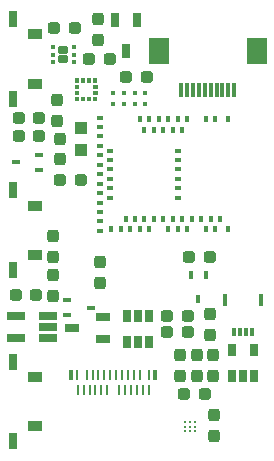
<source format=gbr>
%TF.GenerationSoftware,KiCad,Pcbnew,(5.99.0-8775-g06a515339c)*%
%TF.CreationDate,2021-03-27T00:10:39-04:00*%
%TF.ProjectId,mk2,6d6b322e-6b69-4636-9164-5f7063625858,rev?*%
%TF.SameCoordinates,Original*%
%TF.FileFunction,Paste,Top*%
%TF.FilePolarity,Positive*%
%FSLAX46Y46*%
G04 Gerber Fmt 4.6, Leading zero omitted, Abs format (unit mm)*
G04 Created by KiCad (PCBNEW (5.99.0-8775-g06a515339c)) date 2021-03-27 00:10:39*
%MOMM*%
%LPD*%
G01*
G04 APERTURE LIST*
G04 Aperture macros list*
%AMRoundRect*
0 Rectangle with rounded corners*
0 $1 Rounding radius*
0 $2 $3 $4 $5 $6 $7 $8 $9 X,Y pos of 4 corners*
0 Add a 4 corners polygon primitive as box body*
4,1,4,$2,$3,$4,$5,$6,$7,$8,$9,$2,$3,0*
0 Add four circle primitives for the rounded corners*
1,1,$1+$1,$2,$3*
1,1,$1+$1,$4,$5*
1,1,$1+$1,$6,$7*
1,1,$1+$1,$8,$9*
0 Add four rect primitives between the rounded corners*
20,1,$1+$1,$2,$3,$4,$5,0*
20,1,$1+$1,$4,$5,$6,$7,0*
20,1,$1+$1,$6,$7,$8,$9,0*
20,1,$1+$1,$8,$9,$2,$3,0*%
G04 Aperture macros list end*
%ADD10C,0.010000*%
%ADD11RoundRect,0.237500X-0.237500X0.287500X-0.237500X-0.287500X0.237500X-0.287500X0.237500X0.287500X0*%
%ADD12R,0.700000X0.450000*%
%ADD13RoundRect,0.237500X0.287500X0.237500X-0.287500X0.237500X-0.287500X-0.237500X0.287500X-0.237500X0*%
%ADD14C,0.229500*%
%ADD15RoundRect,0.237500X0.237500X-0.287500X0.237500X0.287500X-0.237500X0.287500X-0.237500X-0.287500X0*%
%ADD16R,0.400000X0.600000*%
%ADD17R,0.600000X0.400000*%
%ADD18R,0.650000X1.060000*%
%ADD19R,1.220000X0.650000*%
%ADD20R,0.650000X1.220000*%
%ADD21R,1.270000X0.900000*%
%ADD22R,0.800000X1.450000*%
%ADD23R,0.300000X1.300000*%
%ADD24R,1.800000X2.200000*%
%ADD25R,0.300000X0.700000*%
%ADD26R,0.300000X1.000000*%
%ADD27RoundRect,0.237500X-0.287500X-0.237500X0.287500X-0.237500X0.287500X0.237500X-0.287500X0.237500X0*%
%ADD28R,0.400000X0.420000*%
%ADD29R,0.450000X0.700000*%
%ADD30RoundRect,0.172500X0.262500X0.172500X-0.262500X0.172500X-0.262500X-0.172500X0.262500X-0.172500X0*%
%ADD31RoundRect,0.093750X0.093750X0.106250X-0.093750X0.106250X-0.093750X-0.106250X0.093750X-0.106250X0*%
%ADD32R,1.100000X1.050000*%
%ADD33R,0.330200X0.812800*%
%ADD34R,0.279400X0.812800*%
%ADD35R,1.560000X0.650000*%
G04 APERTURE END LIST*
D10*
%TO.C,U4*%
X18802000Y-20229000D02*
X18802000Y-19929000D01*
X18802000Y-19929000D02*
X19052000Y-19929000D01*
X19052000Y-19929000D02*
X19052000Y-20229000D01*
X19052000Y-20229000D02*
X18802000Y-20229000D01*
G36*
X19052000Y-20229000D02*
G01*
X18802000Y-20229000D01*
X18802000Y-19929000D01*
X19052000Y-19929000D01*
X19052000Y-20229000D01*
G37*
X19052000Y-20229000D02*
X18802000Y-20229000D01*
X18802000Y-19929000D01*
X19052000Y-19929000D01*
X19052000Y-20229000D01*
X18302000Y-18679000D02*
X18302000Y-18379000D01*
X18302000Y-18379000D02*
X18552000Y-18379000D01*
X18552000Y-18379000D02*
X18552000Y-18679000D01*
X18552000Y-18679000D02*
X18302000Y-18679000D01*
G36*
X18552000Y-18679000D02*
G01*
X18302000Y-18679000D01*
X18302000Y-18379000D01*
X18552000Y-18379000D01*
X18552000Y-18679000D01*
G37*
X18552000Y-18679000D02*
X18302000Y-18679000D01*
X18302000Y-18379000D01*
X18552000Y-18379000D01*
X18552000Y-18679000D01*
X18802000Y-18679000D02*
X18802000Y-18379000D01*
X18802000Y-18379000D02*
X19052000Y-18379000D01*
X19052000Y-18379000D02*
X19052000Y-18679000D01*
X19052000Y-18679000D02*
X18802000Y-18679000D01*
G36*
X19052000Y-18679000D02*
G01*
X18802000Y-18679000D01*
X18802000Y-18379000D01*
X19052000Y-18379000D01*
X19052000Y-18679000D01*
G37*
X19052000Y-18679000D02*
X18802000Y-18679000D01*
X18802000Y-18379000D01*
X19052000Y-18379000D01*
X19052000Y-18679000D01*
X18252000Y-19679000D02*
X18252000Y-19429000D01*
X18252000Y-19429000D02*
X18552000Y-19429000D01*
X18552000Y-19429000D02*
X18552000Y-19679000D01*
X18552000Y-19679000D02*
X18252000Y-19679000D01*
G36*
X18552000Y-19679000D02*
G01*
X18252000Y-19679000D01*
X18252000Y-19429000D01*
X18552000Y-19429000D01*
X18552000Y-19679000D01*
G37*
X18552000Y-19679000D02*
X18252000Y-19679000D01*
X18252000Y-19429000D01*
X18552000Y-19429000D01*
X18552000Y-19679000D01*
X19802000Y-19679000D02*
X19802000Y-19429000D01*
X19802000Y-19429000D02*
X20102000Y-19429000D01*
X20102000Y-19429000D02*
X20102000Y-19679000D01*
X20102000Y-19679000D02*
X19802000Y-19679000D01*
G36*
X20102000Y-19679000D02*
G01*
X19802000Y-19679000D01*
X19802000Y-19429000D01*
X20102000Y-19429000D01*
X20102000Y-19679000D01*
G37*
X20102000Y-19679000D02*
X19802000Y-19679000D01*
X19802000Y-19429000D01*
X20102000Y-19429000D01*
X20102000Y-19679000D01*
X19802000Y-19179000D02*
X19802000Y-18929000D01*
X19802000Y-18929000D02*
X20102000Y-18929000D01*
X20102000Y-18929000D02*
X20102000Y-19179000D01*
X20102000Y-19179000D02*
X19802000Y-19179000D01*
G36*
X20102000Y-19179000D02*
G01*
X19802000Y-19179000D01*
X19802000Y-18929000D01*
X20102000Y-18929000D01*
X20102000Y-19179000D01*
G37*
X20102000Y-19179000D02*
X19802000Y-19179000D01*
X19802000Y-18929000D01*
X20102000Y-18929000D01*
X20102000Y-19179000D01*
X19802000Y-20229000D02*
X19802000Y-19929000D01*
X19802000Y-19929000D02*
X20052000Y-19929000D01*
X20052000Y-19929000D02*
X20052000Y-20229000D01*
X20052000Y-20229000D02*
X19802000Y-20229000D01*
G36*
X20052000Y-20229000D02*
G01*
X19802000Y-20229000D01*
X19802000Y-19929000D01*
X20052000Y-19929000D01*
X20052000Y-20229000D01*
G37*
X20052000Y-20229000D02*
X19802000Y-20229000D01*
X19802000Y-19929000D01*
X20052000Y-19929000D01*
X20052000Y-20229000D01*
X18252000Y-19179000D02*
X18252000Y-18929000D01*
X18252000Y-18929000D02*
X18552000Y-18929000D01*
X18552000Y-18929000D02*
X18552000Y-19179000D01*
X18552000Y-19179000D02*
X18252000Y-19179000D01*
G36*
X18552000Y-19179000D02*
G01*
X18252000Y-19179000D01*
X18252000Y-18929000D01*
X18552000Y-18929000D01*
X18552000Y-19179000D01*
G37*
X18552000Y-19179000D02*
X18252000Y-19179000D01*
X18252000Y-18929000D01*
X18552000Y-18929000D01*
X18552000Y-19179000D01*
X18302000Y-20229000D02*
X18302000Y-19929000D01*
X18302000Y-19929000D02*
X18552000Y-19929000D01*
X18552000Y-19929000D02*
X18552000Y-20229000D01*
X18552000Y-20229000D02*
X18302000Y-20229000D01*
G36*
X18552000Y-20229000D02*
G01*
X18302000Y-20229000D01*
X18302000Y-19929000D01*
X18552000Y-19929000D01*
X18552000Y-20229000D01*
G37*
X18552000Y-20229000D02*
X18302000Y-20229000D01*
X18302000Y-19929000D01*
X18552000Y-19929000D01*
X18552000Y-20229000D01*
X19302000Y-18679000D02*
X19302000Y-18379000D01*
X19302000Y-18379000D02*
X19552000Y-18379000D01*
X19552000Y-18379000D02*
X19552000Y-18679000D01*
X19552000Y-18679000D02*
X19302000Y-18679000D01*
G36*
X19552000Y-18679000D02*
G01*
X19302000Y-18679000D01*
X19302000Y-18379000D01*
X19552000Y-18379000D01*
X19552000Y-18679000D01*
G37*
X19552000Y-18679000D02*
X19302000Y-18679000D01*
X19302000Y-18379000D01*
X19552000Y-18379000D01*
X19552000Y-18679000D01*
X19802000Y-18679000D02*
X19802000Y-18379000D01*
X19802000Y-18379000D02*
X20052000Y-18379000D01*
X20052000Y-18379000D02*
X20052000Y-18679000D01*
X20052000Y-18679000D02*
X19802000Y-18679000D01*
G36*
X20052000Y-18679000D02*
G01*
X19802000Y-18679000D01*
X19802000Y-18379000D01*
X20052000Y-18379000D01*
X20052000Y-18679000D01*
G37*
X20052000Y-18679000D02*
X19802000Y-18679000D01*
X19802000Y-18379000D01*
X20052000Y-18379000D01*
X20052000Y-18679000D01*
X19302000Y-20229000D02*
X19302000Y-19929000D01*
X19302000Y-19929000D02*
X19552000Y-19929000D01*
X19552000Y-19929000D02*
X19552000Y-20229000D01*
X19552000Y-20229000D02*
X19302000Y-20229000D01*
G36*
X19552000Y-20229000D02*
G01*
X19302000Y-20229000D01*
X19302000Y-19929000D01*
X19552000Y-19929000D01*
X19552000Y-20229000D01*
G37*
X19552000Y-20229000D02*
X19302000Y-20229000D01*
X19302000Y-19929000D01*
X19552000Y-19929000D01*
X19552000Y-20229000D01*
%TD*%
D11*
%TO.C,R2*%
X20400000Y-35675000D03*
X20400000Y-33925000D03*
%TD*%
D12*
%TO.C,Q1*%
X19600000Y-37800000D03*
X17600000Y-38450000D03*
X17600000Y-37150000D03*
%TD*%
D13*
%TO.C,R4*%
X27799000Y-39878000D03*
X26049000Y-39878000D03*
%TD*%
%TO.C,R13*%
X29704000Y-33528000D03*
X27954000Y-33528000D03*
%TD*%
D11*
%TO.C,R14*%
X29718000Y-38368000D03*
X29718000Y-40118000D03*
%TD*%
D14*
%TO.C,U6*%
X27600000Y-47477000D03*
X28000000Y-47477000D03*
X28400000Y-47477000D03*
X27600000Y-47877000D03*
X28000000Y-47877000D03*
X28400000Y-47877000D03*
X27600000Y-48277000D03*
X28000000Y-48277000D03*
X28400000Y-48277000D03*
%TD*%
D15*
%TO.C,C4*%
X16383000Y-36816000D03*
X16383000Y-35066000D03*
%TD*%
D13*
%TO.C,C9*%
X24370000Y-18288000D03*
X22620000Y-18288000D03*
%TD*%
D15*
%TO.C,C8*%
X20193000Y-15099000D03*
X20193000Y-13349000D03*
%TD*%
D13*
%TO.C,R15*%
X15250000Y-23250000D03*
X13500000Y-23250000D03*
%TD*%
D16*
%TO.C,IC1*%
X31250000Y-21850000D03*
X30150000Y-21850000D03*
X29350000Y-21850000D03*
X27750000Y-21850000D03*
X27350000Y-22750000D03*
X26950000Y-21850000D03*
X26550000Y-22750000D03*
X26150000Y-21850000D03*
X25750000Y-22750000D03*
X25350000Y-21850000D03*
X24950000Y-22750000D03*
X24550000Y-21850000D03*
X24150000Y-22750000D03*
X23750000Y-21850000D03*
D17*
X20350000Y-21700000D03*
X20350000Y-22500000D03*
X20350000Y-23300000D03*
X20350000Y-24100000D03*
X21250000Y-24500000D03*
X20350000Y-24900000D03*
X21250000Y-25300000D03*
X20350000Y-25700000D03*
X21250000Y-26100000D03*
X20350000Y-26500000D03*
X21250000Y-26900000D03*
X20350000Y-27300000D03*
X21250000Y-27700000D03*
X20350000Y-28100000D03*
X21250000Y-28500000D03*
X20350000Y-28900000D03*
X20350000Y-29700000D03*
X20350000Y-30500000D03*
X20350000Y-31300000D03*
D16*
X21350000Y-31150000D03*
X22150000Y-31150000D03*
X22550000Y-30250000D03*
X22950000Y-31150000D03*
X23350000Y-30250000D03*
X23750000Y-31150000D03*
X24150000Y-30250000D03*
X24550000Y-31150000D03*
X24950000Y-30250000D03*
X25750000Y-30250000D03*
X26150000Y-31150000D03*
X26550000Y-30250000D03*
X26950000Y-31150000D03*
X27350000Y-30250000D03*
X27750000Y-31150000D03*
X28150000Y-30250000D03*
X28950000Y-30250000D03*
X29350000Y-31150000D03*
X29750000Y-30250000D03*
X30150000Y-31150000D03*
X30550000Y-30250000D03*
X31250000Y-31150000D03*
D17*
X26950000Y-24500000D03*
X26950000Y-25300000D03*
X26950000Y-26100000D03*
X26950000Y-26900000D03*
X26950000Y-27700000D03*
X26950000Y-28500000D03*
%TD*%
D18*
%TO.C,U3*%
X31550000Y-43600000D03*
X32500000Y-43600000D03*
X33450000Y-43600000D03*
X33450000Y-41400000D03*
X31550000Y-41400000D03*
%TD*%
D15*
%TO.C,C10*%
X30000000Y-48627000D03*
X30000000Y-46877000D03*
%TD*%
D19*
%TO.C,D1*%
X20620000Y-40450000D03*
X20620000Y-38550000D03*
X18000000Y-39500000D03*
%TD*%
D12*
%TO.C,Q4*%
X15250000Y-26150000D03*
X15250000Y-24850000D03*
X13250000Y-25500000D03*
%TD*%
D13*
%TO.C,C20*%
X29250000Y-45127000D03*
X27500000Y-45127000D03*
%TD*%
D18*
%TO.C,U5*%
X24572000Y-38524000D03*
X23622000Y-38524000D03*
X22672000Y-38524000D03*
X22672000Y-40724000D03*
X23622000Y-40724000D03*
X24572000Y-40724000D03*
%TD*%
D20*
%TO.C,D2*%
X23556000Y-13422000D03*
X21656000Y-13422000D03*
X22606000Y-16042000D03*
%TD*%
D21*
%TO.C,SW2*%
X14885000Y-14650000D03*
X14885000Y-18850000D03*
D22*
X13000000Y-13375000D03*
X13000000Y-20125000D03*
%TD*%
D23*
%TO.C,J1*%
X31750000Y-19350000D03*
X31250000Y-19350000D03*
X30750000Y-19350000D03*
X30250000Y-19350000D03*
X29750000Y-19350000D03*
X29250000Y-19350000D03*
X28750000Y-19350000D03*
X28250000Y-19350000D03*
X27750000Y-19350000D03*
X27250000Y-19350000D03*
D24*
X25350000Y-16100000D03*
X33650000Y-16100000D03*
%TD*%
D11*
%TO.C,R9*%
X29972000Y-41797000D03*
X29972000Y-43547000D03*
%TD*%
D25*
%TO.C,J4*%
X33250000Y-39825000D03*
X32750000Y-39825000D03*
X32250000Y-39825000D03*
X31750000Y-39825000D03*
D26*
X34040000Y-37175000D03*
X30960000Y-37175000D03*
%TD*%
D11*
%TO.C,C2*%
X17000000Y-23500000D03*
X17000000Y-25250000D03*
%TD*%
D27*
%TO.C,C5*%
X19445000Y-16764000D03*
X21195000Y-16764000D03*
%TD*%
D28*
%TO.C,IC2*%
X24210000Y-19616000D03*
X23310000Y-19616000D03*
X22410000Y-19616000D03*
X21510000Y-19616000D03*
X21510000Y-20516000D03*
X22410000Y-20516000D03*
X23310000Y-20516000D03*
X24210000Y-20516000D03*
%TD*%
D21*
%TO.C,SW4*%
X14885000Y-43650000D03*
X14885000Y-47850000D03*
D22*
X13000000Y-42375000D03*
X13000000Y-49125000D03*
%TD*%
D13*
%TO.C,C6*%
X18274000Y-14097000D03*
X16524000Y-14097000D03*
%TD*%
D29*
%TO.C,Q3*%
X29352000Y-35068000D03*
X28052000Y-35068000D03*
X28702000Y-37068000D03*
%TD*%
D30*
%TO.C,U1*%
X17253000Y-15983000D03*
X17253000Y-16783000D03*
D31*
X18140500Y-17033000D03*
X18140500Y-16383000D03*
X18140500Y-15733000D03*
X16365500Y-15733000D03*
X16365500Y-16383000D03*
X16365500Y-17033000D03*
%TD*%
D32*
%TO.C,Y1*%
X18750000Y-24425000D03*
X18750000Y-22575000D03*
%TD*%
D33*
%TO.C,J2*%
X17950000Y-43491007D03*
X25050000Y-43491007D03*
D34*
X18449968Y-43491068D03*
X19250068Y-43491068D03*
X19749940Y-43491068D03*
X20250066Y-43491068D03*
X20750192Y-43491068D03*
X21250318Y-43491068D03*
X21750444Y-43491068D03*
X22250570Y-43491068D03*
X22750696Y-43491068D03*
X23250822Y-43491068D03*
X23749932Y-43491068D03*
X24550032Y-43491068D03*
X24499994Y-44741068D03*
X23999868Y-44741068D03*
X23499742Y-44741068D03*
X22999616Y-44741068D03*
X22499490Y-44741068D03*
X21999364Y-44741068D03*
X20999874Y-44741068D03*
X20499748Y-44741068D03*
X19999622Y-44741068D03*
X19499496Y-44741068D03*
X18999370Y-44741068D03*
X18499244Y-44741068D03*
%TD*%
D11*
%TO.C,C7*%
X16383000Y-31764000D03*
X16383000Y-33514000D03*
%TD*%
D13*
%TO.C,R3*%
X27799000Y-38481000D03*
X26049000Y-38481000D03*
%TD*%
D15*
%TO.C,R11*%
X27178000Y-43547000D03*
X27178000Y-41797000D03*
%TD*%
D13*
%TO.C,R16*%
X15250000Y-21750000D03*
X13500000Y-21750000D03*
%TD*%
%TO.C,C3*%
X18750000Y-27000000D03*
X17000000Y-27000000D03*
%TD*%
D21*
%TO.C,SW1*%
X14885000Y-29150000D03*
X14885000Y-33350000D03*
D22*
X13000000Y-27875000D03*
X13000000Y-34625000D03*
%TD*%
D15*
%TO.C,R12*%
X28575000Y-43547000D03*
X28575000Y-41797000D03*
%TD*%
D35*
%TO.C,U2*%
X15950000Y-40400000D03*
X15950000Y-39450000D03*
X15950000Y-38500000D03*
X13250000Y-38500000D03*
X13250000Y-40400000D03*
%TD*%
D27*
%TO.C,L1*%
X13250000Y-36750000D03*
X15000000Y-36750000D03*
%TD*%
D11*
%TO.C,C1*%
X16750000Y-20250000D03*
X16750000Y-22000000D03*
%TD*%
M02*

</source>
